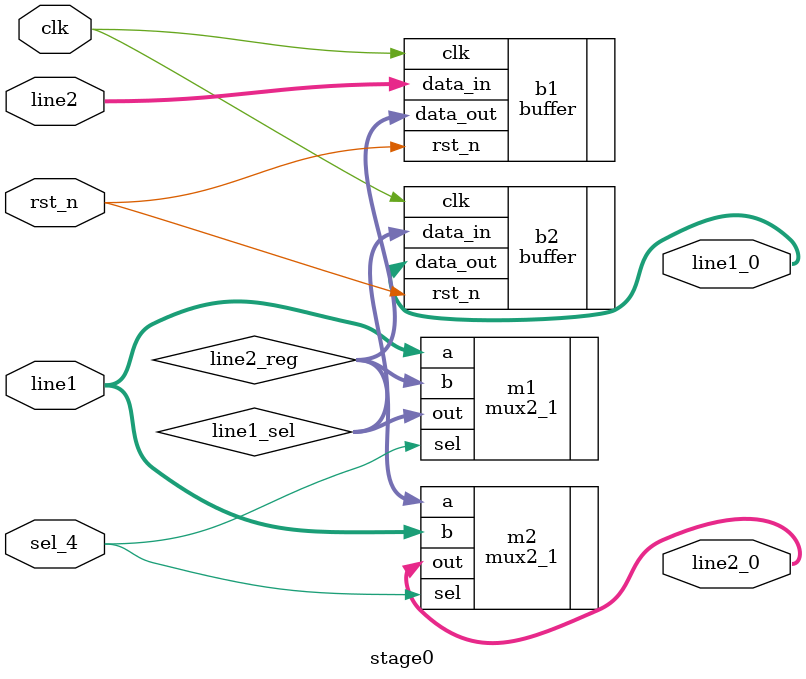
<source format=v>
module stage0 #(
    parameter width = 12 // Default width parameter
) (
    input clk,rst_n,sel_4,
    input signed [width-1:0] line1,line2,
    output signed [width-1:0] line1_0,line2_0
);
    wire signed [width-1:0] line2_reg,line1_sel;
    buffer #(
        .width(width)
    ) b1 (
        .data_in(line2),
        .data_out(line2_reg),
        .clk(clk),
        .rst_n(rst_n)
    );
    mux2_1 #(
        .width(width)
    ) m1 (
        .a(line1),
        .b(line2_reg),
        .sel(sel_4),
        .out(line1_sel)
    );
    mux2_1 #(
        .width(width)
    ) m2 (
        .a(line2_reg),
        .b(line1),
        .sel(sel_4),
        .out(line2_0)
    );
    buffer #(
        .width(width)
    ) b2 (
        .data_in(line1_sel),
        .data_out(line1_0),
        .clk(clk),
        .rst_n(rst_n)
    );
endmodule
</source>
